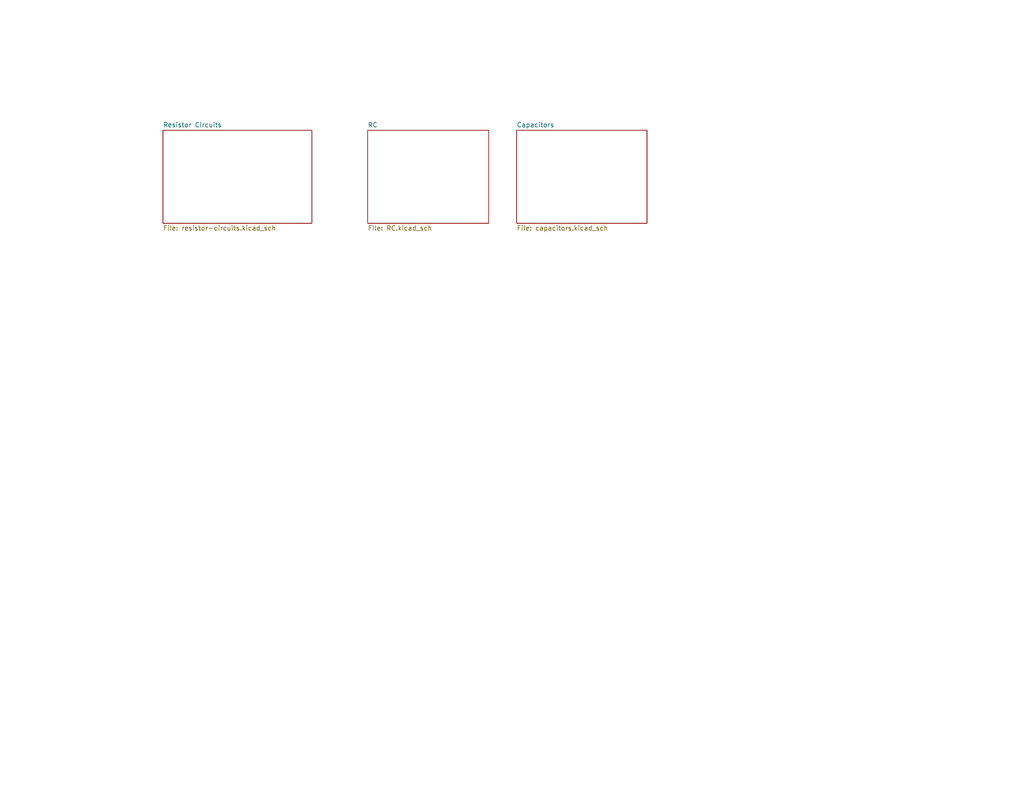
<source format=kicad_sch>
(kicad_sch (version 20230121) (generator eeschema)
  (paper "A")
  (lib_symbols)
  (sheet (at 44.45 35.56) (size 40.64 25.4) (stroke (width 0.1524))
    (property "Sheetname" "Resistor Circuits" (at 44.45 34.8484 0) (effects (justify left bottom)))
    (property "Sheetfile" "resistor-circuits.kicad_sch" (at 44.45 61.5446 0) (effects (justify left top)))
  )
  (sheet (at 100.33 35.56) (size 33.02 25.4) (stroke (width 0.1524))
    (property "Sheetname" "RC" (at 100.33 34.8484 0) (effects (justify left bottom)))
    (property "Sheetfile" "RC.kicad_sch" (at 100.33 61.5446 0) (effects (justify left top)))
  )
  (sheet (at 140.97 35.56) (size 35.56 25.4) (stroke (width 0.1524))
    (property "Sheetname" "Capacitors" (at 140.97 34.8484 0) (effects (justify left bottom)))
    (property "Sheetfile" "capacitors.kicad_sch" (at 140.97 61.5446 0) (effects (justify left top)))
  )
)
</source>
